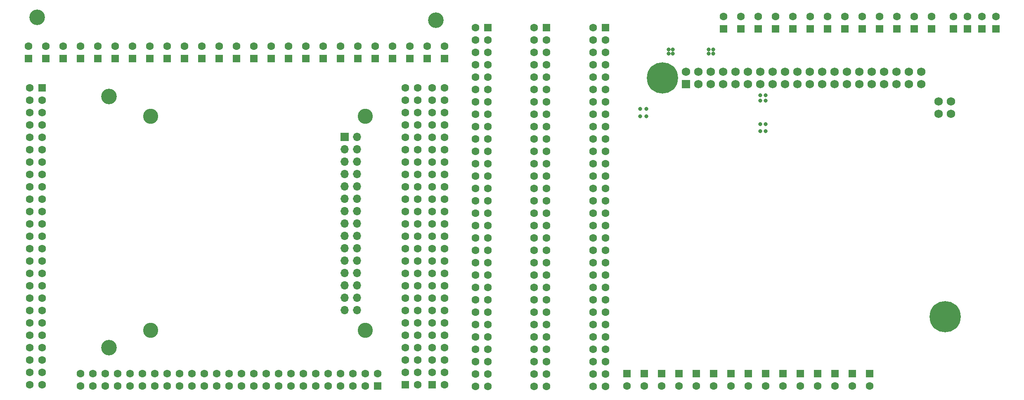
<source format=gbs>
G04 #@! TF.GenerationSoftware,KiCad,Pcbnew,7.0.7*
G04 #@! TF.CreationDate,2024-05-21T18:04:19+02:00*
G04 #@! TF.ProjectId,PCB_IOT_SysIntel,5043425f-494f-4545-9f53-7973496e7465,rev?*
G04 #@! TF.SameCoordinates,Original*
G04 #@! TF.FileFunction,Soldermask,Bot*
G04 #@! TF.FilePolarity,Negative*
%FSLAX46Y46*%
G04 Gerber Fmt 4.6, Leading zero omitted, Abs format (unit mm)*
G04 Created by KiCad (PCBNEW 7.0.7) date 2024-05-21 18:04:19*
%MOMM*%
%LPD*%
G01*
G04 APERTURE LIST*
G04 Aperture macros list*
%AMRoundRect*
0 Rectangle with rounded corners*
0 $1 Rounding radius*
0 $2 $3 $4 $5 $6 $7 $8 $9 X,Y pos of 4 corners*
0 Add a 4 corners polygon primitive as box body*
4,1,4,$2,$3,$4,$5,$6,$7,$8,$9,$2,$3,0*
0 Add four circle primitives for the rounded corners*
1,1,$1+$1,$2,$3*
1,1,$1+$1,$4,$5*
1,1,$1+$1,$6,$7*
1,1,$1+$1,$8,$9*
0 Add four rect primitives between the rounded corners*
20,1,$1+$1,$2,$3,$4,$5,0*
20,1,$1+$1,$4,$5,$6,$7,0*
20,1,$1+$1,$6,$7,$8,$9,0*
20,1,$1+$1,$8,$9,$2,$3,0*%
G04 Aperture macros list end*
%ADD10RoundRect,0.102000X-0.762000X-0.762000X0.762000X-0.762000X0.762000X0.762000X-0.762000X0.762000X0*%
%ADD11C,1.728000*%
%ADD12C,6.404000*%
%ADD13RoundRect,0.102000X0.695000X-0.695000X0.695000X0.695000X-0.695000X0.695000X-0.695000X-0.695000X0*%
%ADD14C,1.594000*%
%ADD15RoundRect,0.102000X-0.695000X0.695000X-0.695000X-0.695000X0.695000X-0.695000X0.695000X0.695000X0*%
%ADD16C,3.200000*%
%ADD17RoundRect,0.102000X-0.695000X-0.695000X0.695000X-0.695000X0.695000X0.695000X-0.695000X0.695000X0*%
%ADD18C,3.100000*%
%ADD19R,1.700000X1.700000*%
%ADD20O,1.700000X1.700000*%
%ADD21C,0.800000*%
G04 APERTURE END LIST*
D10*
X157016000Y-75946000D03*
D11*
X157016000Y-73406000D03*
X159556000Y-75946000D03*
X159556000Y-73406000D03*
X162096000Y-75946000D03*
X162096000Y-73406000D03*
X164636000Y-75946000D03*
X164636000Y-73406000D03*
X167176000Y-75946000D03*
X167176000Y-73406000D03*
X169716000Y-75946000D03*
X169716000Y-73406000D03*
X172256000Y-75946000D03*
X172256000Y-73406000D03*
X174796000Y-75946000D03*
X174796000Y-73406000D03*
X177336000Y-75946000D03*
X177336000Y-73406000D03*
X179876000Y-75946000D03*
X179876000Y-73406000D03*
X182416000Y-75946000D03*
X182416000Y-73406000D03*
X184956000Y-75946000D03*
X184956000Y-73406000D03*
X187496000Y-75946000D03*
X187496000Y-73406000D03*
X190036000Y-75946000D03*
X190036000Y-73406000D03*
X192576000Y-75946000D03*
X192576000Y-73406000D03*
X195116000Y-75946000D03*
X195116000Y-73406000D03*
X197656000Y-75946000D03*
X197656000Y-73406000D03*
X200196000Y-75946000D03*
X200196000Y-73406000D03*
X202736000Y-75946000D03*
X202736000Y-73406000D03*
X205276000Y-75946000D03*
X205276000Y-73406000D03*
X211376000Y-82069000D03*
X211376000Y-79529000D03*
X208836000Y-82069000D03*
X208836000Y-79529000D03*
D12*
X152146000Y-74676000D03*
X210146000Y-123676000D03*
D13*
X171831000Y-64609500D03*
D14*
X171831000Y-62069500D03*
D15*
X180467000Y-135415500D03*
D14*
X180467000Y-137955500D03*
D16*
X105664000Y-62865000D03*
D14*
X217678000Y-62069500D03*
D13*
X217678000Y-64609500D03*
D15*
X144907000Y-135415500D03*
D14*
X144907000Y-137955500D03*
D13*
X32766000Y-70739000D03*
D14*
X32766000Y-68199000D03*
D13*
X43434000Y-70705500D03*
D14*
X43434000Y-68165500D03*
D15*
X159131000Y-135382000D03*
D14*
X159131000Y-137922000D03*
D15*
X152019000Y-135415500D03*
D14*
X152019000Y-137955500D03*
D13*
X207391000Y-64643000D03*
D14*
X207391000Y-62103000D03*
D13*
X22098000Y-70705500D03*
D14*
X22098000Y-68165500D03*
D13*
X178943000Y-64609500D03*
D14*
X178943000Y-62069500D03*
D13*
X107442000Y-70705500D03*
D14*
X107442000Y-68165500D03*
D13*
X182499000Y-64609500D03*
D14*
X182499000Y-62069500D03*
D15*
X173355000Y-135415500D03*
D14*
X173355000Y-137955500D03*
D13*
X39878000Y-70739000D03*
D14*
X39878000Y-68199000D03*
D13*
X164719000Y-64609500D03*
D14*
X164719000Y-62069500D03*
D13*
X189611000Y-64609500D03*
D14*
X189611000Y-62069500D03*
D13*
X89662000Y-70739000D03*
D14*
X89662000Y-68199000D03*
D16*
X23876000Y-62230000D03*
D13*
X128397000Y-64389000D03*
D14*
X125857000Y-64389000D03*
X128397000Y-66929000D03*
X125857000Y-66929000D03*
X128397000Y-69469000D03*
X125857000Y-69469000D03*
X128397000Y-72009000D03*
X125857000Y-72009000D03*
X128397000Y-74549000D03*
X125857000Y-74549000D03*
X128397000Y-77089000D03*
X125857000Y-77089000D03*
X128397000Y-79629000D03*
X125857000Y-79629000D03*
X128397000Y-82169000D03*
X125857000Y-82169000D03*
X128397000Y-84709000D03*
X125857000Y-84709000D03*
X128397000Y-87249000D03*
X125857000Y-87249000D03*
X128397000Y-89789000D03*
X125857000Y-89789000D03*
X128397000Y-92329000D03*
X125857000Y-92329000D03*
X128397000Y-94869000D03*
X125857000Y-94869000D03*
X128397000Y-97409000D03*
X125857000Y-97409000D03*
X128397000Y-99949000D03*
X125857000Y-99949000D03*
X128397000Y-102489000D03*
X125857000Y-102489000D03*
X128397000Y-105029000D03*
X125857000Y-105029000D03*
X128397000Y-107569000D03*
X125857000Y-107569000D03*
X128397000Y-110109000D03*
X125857000Y-110109000D03*
X128397000Y-112649000D03*
X125857000Y-112649000D03*
X128397000Y-115189000D03*
X125857000Y-115189000D03*
X128397000Y-117729000D03*
X125857000Y-117729000D03*
X128397000Y-120269000D03*
X125857000Y-120269000D03*
X128397000Y-122809000D03*
X125857000Y-122809000D03*
X128397000Y-125349000D03*
X125857000Y-125349000D03*
X128397000Y-127889000D03*
X125857000Y-127889000D03*
X128397000Y-130429000D03*
X125857000Y-130429000D03*
X128397000Y-132969000D03*
X125857000Y-132969000D03*
X128397000Y-135509000D03*
X125857000Y-135509000D03*
X128397000Y-138049000D03*
X125857000Y-138049000D03*
D15*
X191135000Y-135382000D03*
D14*
X191135000Y-137922000D03*
D13*
X50546000Y-70739000D03*
D14*
X50546000Y-68199000D03*
D15*
X166243000Y-135415500D03*
D14*
X166243000Y-137955500D03*
D17*
X93726000Y-137922000D03*
D14*
X93726000Y-135382000D03*
X91186000Y-137922000D03*
X91186000Y-135382000D03*
X88646000Y-137922000D03*
X88646000Y-135382000D03*
X86106000Y-137922000D03*
X86106000Y-135382000D03*
X83566000Y-137922000D03*
X83566000Y-135382000D03*
X81026000Y-137922000D03*
X81026000Y-135382000D03*
X78486000Y-137922000D03*
X78486000Y-135382000D03*
X75946000Y-137922000D03*
X75946000Y-135382000D03*
X73406000Y-137922000D03*
X73406000Y-135382000D03*
X70866000Y-137922000D03*
X70866000Y-135382000D03*
X68326000Y-137922000D03*
X68326000Y-135382000D03*
X65786000Y-137922000D03*
X65786000Y-135382000D03*
X63246000Y-137922000D03*
X63246000Y-135382000D03*
X60706000Y-137922000D03*
X60706000Y-135382000D03*
X58166000Y-137922000D03*
X58166000Y-135382000D03*
X55626000Y-137922000D03*
X55626000Y-135382000D03*
X53086000Y-137922000D03*
X53086000Y-135382000D03*
X50546000Y-137922000D03*
X50546000Y-135382000D03*
X48006000Y-137922000D03*
X48006000Y-135382000D03*
X45466000Y-137922000D03*
X45466000Y-135382000D03*
X42926000Y-137922000D03*
X42926000Y-135382000D03*
X40386000Y-137922000D03*
X40386000Y-135382000D03*
X37846000Y-137922000D03*
X37846000Y-135382000D03*
X35306000Y-137922000D03*
X35306000Y-135382000D03*
X32766000Y-137922000D03*
X32766000Y-135382000D03*
D13*
X24892000Y-76708000D03*
D14*
X22352000Y-76708000D03*
X24892000Y-79248000D03*
X22352000Y-79248000D03*
X24892000Y-81788000D03*
X22352000Y-81788000D03*
X24892000Y-84328000D03*
X22352000Y-84328000D03*
X24892000Y-86868000D03*
X22352000Y-86868000D03*
X24892000Y-89408000D03*
X22352000Y-89408000D03*
X24892000Y-91948000D03*
X22352000Y-91948000D03*
X24892000Y-94488000D03*
X22352000Y-94488000D03*
X24892000Y-97028000D03*
X22352000Y-97028000D03*
X24892000Y-99568000D03*
X22352000Y-99568000D03*
X24892000Y-102108000D03*
X22352000Y-102108000D03*
X24892000Y-104648000D03*
X22352000Y-104648000D03*
X24892000Y-107188000D03*
X22352000Y-107188000D03*
X24892000Y-109728000D03*
X22352000Y-109728000D03*
X24892000Y-112268000D03*
X22352000Y-112268000D03*
X24892000Y-114808000D03*
X22352000Y-114808000D03*
X24892000Y-117348000D03*
X22352000Y-117348000D03*
X24892000Y-119888000D03*
X22352000Y-119888000D03*
X24892000Y-122428000D03*
X22352000Y-122428000D03*
X24892000Y-124968000D03*
X22352000Y-124968000D03*
X24892000Y-127508000D03*
X22352000Y-127508000D03*
X24892000Y-130048000D03*
X22352000Y-130048000D03*
X24892000Y-132588000D03*
X22352000Y-132588000D03*
X24892000Y-135128000D03*
X22352000Y-135128000D03*
X24892000Y-137668000D03*
X22352000Y-137668000D03*
D15*
X162687000Y-135415500D03*
D14*
X162687000Y-137955500D03*
D15*
X155575000Y-135415500D03*
D14*
X155575000Y-137955500D03*
D13*
X200279000Y-64643000D03*
D14*
X200279000Y-62103000D03*
D16*
X38608000Y-78486000D03*
D13*
X57658000Y-70705500D03*
D14*
X57658000Y-68165500D03*
D13*
X196723000Y-64643000D03*
D14*
X196723000Y-62103000D03*
D13*
X78994000Y-70739000D03*
D14*
X78994000Y-68199000D03*
D13*
X29210000Y-70739000D03*
D14*
X29210000Y-68199000D03*
D13*
X36322000Y-70739000D03*
D14*
X36322000Y-68199000D03*
D13*
X168275000Y-64609500D03*
D14*
X168275000Y-62069500D03*
D13*
X186055000Y-64609500D03*
D14*
X186055000Y-62069500D03*
D13*
X175387000Y-64609500D03*
D14*
X175387000Y-62069500D03*
D13*
X71882000Y-70705500D03*
D14*
X71882000Y-68165500D03*
D13*
X203835000Y-64609500D03*
D14*
X203835000Y-62069500D03*
X214757000Y-62069500D03*
D13*
X214757000Y-64609500D03*
X54102000Y-70739000D03*
D14*
X54102000Y-68199000D03*
D13*
X25654000Y-70739000D03*
D14*
X25654000Y-68199000D03*
D13*
X103886000Y-70739000D03*
D14*
X103886000Y-68199000D03*
X211836000Y-62069500D03*
D13*
X211836000Y-64609500D03*
X116332000Y-64389000D03*
D14*
X113792000Y-64389000D03*
X116332000Y-66929000D03*
X113792000Y-66929000D03*
X116332000Y-69469000D03*
X113792000Y-69469000D03*
X116332000Y-72009000D03*
X113792000Y-72009000D03*
X116332000Y-74549000D03*
X113792000Y-74549000D03*
X116332000Y-77089000D03*
X113792000Y-77089000D03*
X116332000Y-79629000D03*
X113792000Y-79629000D03*
X116332000Y-82169000D03*
X113792000Y-82169000D03*
X116332000Y-84709000D03*
X113792000Y-84709000D03*
X116332000Y-87249000D03*
X113792000Y-87249000D03*
X116332000Y-89789000D03*
X113792000Y-89789000D03*
X116332000Y-92329000D03*
X113792000Y-92329000D03*
X116332000Y-94869000D03*
X113792000Y-94869000D03*
X116332000Y-97409000D03*
X113792000Y-97409000D03*
X116332000Y-99949000D03*
X113792000Y-99949000D03*
X116332000Y-102489000D03*
X113792000Y-102489000D03*
X116332000Y-105029000D03*
X113792000Y-105029000D03*
X116332000Y-107569000D03*
X113792000Y-107569000D03*
X116332000Y-110109000D03*
X113792000Y-110109000D03*
X116332000Y-112649000D03*
X113792000Y-112649000D03*
X116332000Y-115189000D03*
X113792000Y-115189000D03*
X116332000Y-117729000D03*
X113792000Y-117729000D03*
X116332000Y-120269000D03*
X113792000Y-120269000D03*
X116332000Y-122809000D03*
X113792000Y-122809000D03*
X116332000Y-125349000D03*
X113792000Y-125349000D03*
X116332000Y-127889000D03*
X113792000Y-127889000D03*
X116332000Y-130429000D03*
X113792000Y-130429000D03*
X116332000Y-132969000D03*
X113792000Y-132969000D03*
X116332000Y-135509000D03*
X113792000Y-135509000D03*
X116332000Y-138049000D03*
X113792000Y-138049000D03*
D13*
X86106000Y-70705500D03*
D14*
X86106000Y-68165500D03*
D15*
X176911000Y-135415500D03*
D14*
X176911000Y-137955500D03*
D15*
X194691000Y-135415500D03*
D14*
X194691000Y-137955500D03*
D13*
X96774000Y-70705500D03*
D14*
X96774000Y-68165500D03*
D15*
X99441000Y-137668000D03*
D14*
X101981000Y-137668000D03*
X99441000Y-135128000D03*
X101981000Y-135128000D03*
X99441000Y-132588000D03*
X101981000Y-132588000D03*
X99441000Y-130048000D03*
X101981000Y-130048000D03*
X99441000Y-127508000D03*
X101981000Y-127508000D03*
X99441000Y-124968000D03*
X101981000Y-124968000D03*
X99441000Y-122428000D03*
X101981000Y-122428000D03*
X99441000Y-119888000D03*
X101981000Y-119888000D03*
X99441000Y-117348000D03*
X101981000Y-117348000D03*
X99441000Y-114808000D03*
X101981000Y-114808000D03*
X99441000Y-112268000D03*
X101981000Y-112268000D03*
X99441000Y-109728000D03*
X101981000Y-109728000D03*
X99441000Y-107188000D03*
X101981000Y-107188000D03*
X99441000Y-104648000D03*
X101981000Y-104648000D03*
X99441000Y-102108000D03*
X101981000Y-102108000D03*
X99441000Y-99568000D03*
X101981000Y-99568000D03*
X99441000Y-97028000D03*
X101981000Y-97028000D03*
X99441000Y-94488000D03*
X101981000Y-94488000D03*
X99441000Y-91948000D03*
X101981000Y-91948000D03*
X99441000Y-89408000D03*
X101981000Y-89408000D03*
X99441000Y-86868000D03*
X101981000Y-86868000D03*
X99441000Y-84328000D03*
X101981000Y-84328000D03*
X99441000Y-81788000D03*
X101981000Y-81788000D03*
X99441000Y-79248000D03*
X101981000Y-79248000D03*
X99441000Y-76708000D03*
X101981000Y-76708000D03*
D13*
X140462000Y-64389000D03*
D14*
X137922000Y-64389000D03*
X140462000Y-66929000D03*
X137922000Y-66929000D03*
X140462000Y-69469000D03*
X137922000Y-69469000D03*
X140462000Y-72009000D03*
X137922000Y-72009000D03*
X140462000Y-74549000D03*
X137922000Y-74549000D03*
X140462000Y-77089000D03*
X137922000Y-77089000D03*
X140462000Y-79629000D03*
X137922000Y-79629000D03*
X140462000Y-82169000D03*
X137922000Y-82169000D03*
X140462000Y-84709000D03*
X137922000Y-84709000D03*
X140462000Y-87249000D03*
X137922000Y-87249000D03*
X140462000Y-89789000D03*
X137922000Y-89789000D03*
X140462000Y-92329000D03*
X137922000Y-92329000D03*
X140462000Y-94869000D03*
X137922000Y-94869000D03*
X140462000Y-97409000D03*
X137922000Y-97409000D03*
X140462000Y-99949000D03*
X137922000Y-99949000D03*
X140462000Y-102489000D03*
X137922000Y-102489000D03*
X140462000Y-105029000D03*
X137922000Y-105029000D03*
X140462000Y-107569000D03*
X137922000Y-107569000D03*
X140462000Y-110109000D03*
X137922000Y-110109000D03*
X140462000Y-112649000D03*
X137922000Y-112649000D03*
X140462000Y-115189000D03*
X137922000Y-115189000D03*
X140462000Y-117729000D03*
X137922000Y-117729000D03*
X140462000Y-120269000D03*
X137922000Y-120269000D03*
X140462000Y-122809000D03*
X137922000Y-122809000D03*
X140462000Y-125349000D03*
X137922000Y-125349000D03*
X140462000Y-127889000D03*
X137922000Y-127889000D03*
X140462000Y-130429000D03*
X137922000Y-130429000D03*
X140462000Y-132969000D03*
X137922000Y-132969000D03*
X140462000Y-135509000D03*
X137922000Y-135509000D03*
X140462000Y-138049000D03*
X137922000Y-138049000D03*
D15*
X184023000Y-135415500D03*
D14*
X184023000Y-137955500D03*
D13*
X68326000Y-70739000D03*
D14*
X68326000Y-68199000D03*
X220599000Y-62069500D03*
D13*
X220599000Y-64609500D03*
X75438000Y-70739000D03*
D14*
X75438000Y-68199000D03*
D13*
X82550000Y-70705500D03*
D14*
X82550000Y-68165500D03*
D15*
X104902000Y-137668000D03*
D14*
X107442000Y-137668000D03*
X104902000Y-135128000D03*
X107442000Y-135128000D03*
X104902000Y-132588000D03*
X107442000Y-132588000D03*
X104902000Y-130048000D03*
X107442000Y-130048000D03*
X104902000Y-127508000D03*
X107442000Y-127508000D03*
X104902000Y-124968000D03*
X107442000Y-124968000D03*
X104902000Y-122428000D03*
X107442000Y-122428000D03*
X104902000Y-119888000D03*
X107442000Y-119888000D03*
X104902000Y-117348000D03*
X107442000Y-117348000D03*
X104902000Y-114808000D03*
X107442000Y-114808000D03*
X104902000Y-112268000D03*
X107442000Y-112268000D03*
X104902000Y-109728000D03*
X107442000Y-109728000D03*
X104902000Y-107188000D03*
X107442000Y-107188000D03*
X104902000Y-104648000D03*
X107442000Y-104648000D03*
X104902000Y-102108000D03*
X107442000Y-102108000D03*
X104902000Y-99568000D03*
X107442000Y-99568000D03*
X104902000Y-97028000D03*
X107442000Y-97028000D03*
X104902000Y-94488000D03*
X107442000Y-94488000D03*
X104902000Y-91948000D03*
X107442000Y-91948000D03*
X104902000Y-89408000D03*
X107442000Y-89408000D03*
X104902000Y-86868000D03*
X107442000Y-86868000D03*
X104902000Y-84328000D03*
X107442000Y-84328000D03*
X104902000Y-81788000D03*
X107442000Y-81788000D03*
X104902000Y-79248000D03*
X107442000Y-79248000D03*
X104902000Y-76708000D03*
X107442000Y-76708000D03*
D13*
X93218000Y-70739000D03*
D14*
X93218000Y-68199000D03*
D15*
X148463000Y-135415500D03*
D14*
X148463000Y-137955500D03*
D13*
X193167000Y-64643000D03*
D14*
X193167000Y-62103000D03*
D16*
X38608000Y-130048000D03*
D13*
X100330000Y-70739000D03*
D14*
X100330000Y-68199000D03*
D18*
X47215000Y-82521000D03*
X47215000Y-126521000D03*
X91215000Y-82521000D03*
X91215000Y-126521000D03*
D19*
X86995000Y-86791000D03*
D20*
X89535000Y-86791000D03*
X86995000Y-89331000D03*
X89535000Y-89331000D03*
X86995000Y-91871000D03*
X89535000Y-91871000D03*
X86995000Y-94411000D03*
X89535000Y-94411000D03*
X86995000Y-96951000D03*
X89535000Y-96951000D03*
X86995000Y-99491000D03*
X89535000Y-99491000D03*
X86995000Y-102031000D03*
X89535000Y-102031000D03*
X86995000Y-104571000D03*
X89535000Y-104571000D03*
X86995000Y-107111000D03*
X89535000Y-107111000D03*
X86995000Y-109651000D03*
X89535000Y-109651000D03*
X86995000Y-112191000D03*
X89535000Y-112191000D03*
X86995000Y-114731000D03*
X89535000Y-114731000D03*
X86995000Y-117271000D03*
X89535000Y-117271000D03*
X86995000Y-119811000D03*
X89535000Y-119811000D03*
X86995000Y-122351000D03*
X89535000Y-122351000D03*
D13*
X64770000Y-70739000D03*
D14*
X64770000Y-68199000D03*
D13*
X46990000Y-70739000D03*
D14*
X46990000Y-68199000D03*
D15*
X187579000Y-135382000D03*
D14*
X187579000Y-137922000D03*
D15*
X169799000Y-135382000D03*
D14*
X169799000Y-137922000D03*
D13*
X61214000Y-70739000D03*
D14*
X61214000Y-68199000D03*
D21*
X147574000Y-82550000D03*
X148844000Y-82550000D03*
X148844000Y-81026000D03*
X147574000Y-81026000D03*
X153416000Y-69723000D03*
X154305000Y-69723000D03*
X154305000Y-68834000D03*
X153416000Y-68834000D03*
X161671000Y-69723000D03*
X162560000Y-69723000D03*
X162560000Y-68834000D03*
X161671000Y-68834000D03*
X172212000Y-85598000D03*
X173355000Y-85598000D03*
X173355000Y-84201000D03*
X172212000Y-84201000D03*
X172212000Y-79375000D03*
X173355000Y-79375000D03*
X173355000Y-78232000D03*
X172212000Y-78232000D03*
M02*

</source>
